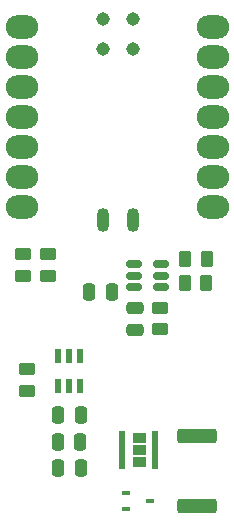
<source format=gbr>
%TF.GenerationSoftware,KiCad,Pcbnew,(6.0.7-1)-1*%
%TF.CreationDate,2022-10-13T21:49:40+11:00*%
%TF.ProjectId,open_jip,6f70656e-5f6a-4697-902e-6b696361645f,rev?*%
%TF.SameCoordinates,Original*%
%TF.FileFunction,Paste,Top*%
%TF.FilePolarity,Positive*%
%FSLAX46Y46*%
G04 Gerber Fmt 4.6, Leading zero omitted, Abs format (unit mm)*
G04 Created by KiCad (PCBNEW (6.0.7-1)-1) date 2022-10-13 21:49:40*
%MOMM*%
%LPD*%
G01*
G04 APERTURE LIST*
G04 Aperture macros list*
%AMRoundRect*
0 Rectangle with rounded corners*
0 $1 Rounding radius*
0 $2 $3 $4 $5 $6 $7 $8 $9 X,Y pos of 4 corners*
0 Add a 4 corners polygon primitive as box body*
4,1,4,$2,$3,$4,$5,$6,$7,$8,$9,$2,$3,0*
0 Add four circle primitives for the rounded corners*
1,1,$1+$1,$2,$3*
1,1,$1+$1,$4,$5*
1,1,$1+$1,$6,$7*
1,1,$1+$1,$8,$9*
0 Add four rect primitives between the rounded corners*
20,1,$1+$1,$2,$3,$4,$5,0*
20,1,$1+$1,$4,$5,$6,$7,0*
20,1,$1+$1,$6,$7,$8,$9,0*
20,1,$1+$1,$8,$9,$2,$3,0*%
G04 Aperture macros list end*
%ADD10C,0.010000*%
%ADD11RoundRect,0.250000X0.250000X0.475000X-0.250000X0.475000X-0.250000X-0.475000X0.250000X-0.475000X0*%
%ADD12RoundRect,0.150000X0.512500X0.150000X-0.512500X0.150000X-0.512500X-0.150000X0.512500X-0.150000X0*%
%ADD13R,0.500000X3.300000*%
%ADD14O,2.748280X1.998980*%
%ADD15O,1.016000X2.032000*%
%ADD16C,1.143000*%
%ADD17RoundRect,0.040600X0.249400X-0.564400X0.249400X0.564400X-0.249400X0.564400X-0.249400X-0.564400X0*%
%ADD18RoundRect,0.250000X0.450000X-0.262500X0.450000X0.262500X-0.450000X0.262500X-0.450000X-0.262500X0*%
%ADD19RoundRect,0.250000X-0.250000X-0.475000X0.250000X-0.475000X0.250000X0.475000X-0.250000X0.475000X0*%
%ADD20R,0.700000X0.450000*%
%ADD21RoundRect,0.250000X-1.425000X0.362500X-1.425000X-0.362500X1.425000X-0.362500X1.425000X0.362500X0*%
%ADD22RoundRect,0.250000X0.475000X-0.250000X0.475000X0.250000X-0.475000X0.250000X-0.475000X-0.250000X0*%
%ADD23RoundRect,0.250000X-0.262500X-0.450000X0.262500X-0.450000X0.262500X0.450000X-0.262500X0.450000X0*%
G04 APERTURE END LIST*
%TO.C,D1*%
G36*
X107992500Y-110057330D02*
G01*
X106981642Y-110057330D01*
X106981642Y-109305000D01*
X107992500Y-109305000D01*
X107992500Y-110057330D01*
G37*
D10*
X107992500Y-110057330D02*
X106981642Y-110057330D01*
X106981642Y-109305000D01*
X107992500Y-109305000D01*
X107992500Y-110057330D01*
G36*
X107992500Y-108053339D02*
G01*
X106981158Y-108053339D01*
X106981158Y-107305000D01*
X107992500Y-107305000D01*
X107992500Y-108053339D01*
G37*
X107992500Y-108053339D02*
X106981158Y-108053339D01*
X106981158Y-107305000D01*
X107992500Y-107305000D01*
X107992500Y-108053339D01*
G36*
X107992500Y-109055364D02*
G01*
X106982010Y-109055364D01*
X106982010Y-108305000D01*
X107992500Y-108305000D01*
X107992500Y-109055364D01*
G37*
X107992500Y-109055364D02*
X106982010Y-109055364D01*
X106982010Y-108305000D01*
X107992500Y-108305000D01*
X107992500Y-109055364D01*
%TD*%
D11*
%TO.C,C2*%
X100610000Y-108030000D03*
X102510000Y-108030000D03*
%TD*%
D12*
%TO.C,U3*%
X109327500Y-94910000D03*
X109327500Y-93960000D03*
X109327500Y-93010000D03*
X107052500Y-93010000D03*
X107052500Y-93960000D03*
X107052500Y-94910000D03*
%TD*%
D13*
%TO.C,D1*%
X108887500Y-108680000D03*
X106087500Y-108680000D03*
%TD*%
D14*
%TO.C,U2*%
X97571120Y-72939800D03*
X97571120Y-75479800D03*
X97571120Y-78019800D03*
X97571120Y-80559800D03*
X97571120Y-83099800D03*
X97571120Y-85639800D03*
X97571120Y-88179800D03*
X113735680Y-88179800D03*
X113735680Y-85639800D03*
X113735680Y-83099800D03*
X113735680Y-80559800D03*
X113735680Y-78019800D03*
X113735680Y-75479800D03*
X113735680Y-72939800D03*
D15*
X104438000Y-89257620D03*
X106988000Y-89257620D03*
D16*
X104436803Y-72253433D03*
X106976803Y-72253433D03*
X104436803Y-74793433D03*
X106976803Y-74793433D03*
%TD*%
D17*
%TO.C,U1*%
X100630000Y-100765000D03*
X101580000Y-100765000D03*
X102530000Y-100765000D03*
X102530000Y-103275000D03*
X101580000Y-103275000D03*
X100630000Y-103275000D03*
%TD*%
D18*
%TO.C,R2*%
X99800000Y-93975000D03*
X99800000Y-92150000D03*
%TD*%
D19*
%TO.C,C5*%
X103290000Y-95360000D03*
X105190000Y-95360000D03*
%TD*%
D20*
%TO.C,Q1*%
X108420000Y-113040000D03*
X106420000Y-113690000D03*
X106420000Y-112390000D03*
%TD*%
D21*
%TO.C,R4*%
X112420000Y-113482500D03*
X112420000Y-107557500D03*
%TD*%
D18*
%TO.C,R7*%
X109290000Y-96689000D03*
X109290000Y-98514000D03*
%TD*%
%TO.C,R3*%
X98000000Y-101887500D03*
X98000000Y-103712500D03*
%TD*%
D11*
%TO.C,C3*%
X100660000Y-110230000D03*
X102560000Y-110230000D03*
%TD*%
%TO.C,C1*%
X100660000Y-105730000D03*
X102560000Y-105730000D03*
%TD*%
D18*
%TO.C,R1*%
X97700000Y-93950000D03*
X97700000Y-92125000D03*
%TD*%
D22*
%TO.C,C4*%
X107140000Y-98560000D03*
X107140000Y-96660000D03*
%TD*%
D23*
%TO.C,R6*%
X111375000Y-94600000D03*
X113200000Y-94600000D03*
%TD*%
%TO.C,R5*%
X111415000Y-92520000D03*
X113240000Y-92520000D03*
%TD*%
M02*

</source>
